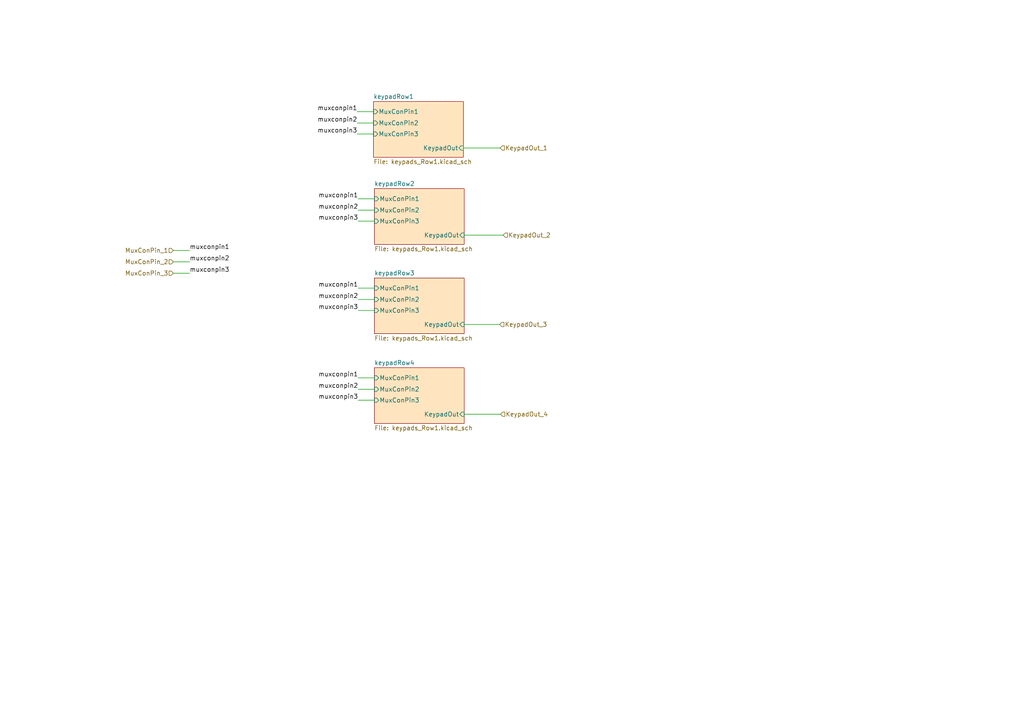
<source format=kicad_sch>
(kicad_sch (version 20230121) (generator eeschema)
  (paper "A4")
  (lib_symbols)
  (wire (pts (xy 108.585 86.868) (xy 103.886 86.868)))
  (wire (pts (xy 134.62 94.107) (xy 144.907 94.107)))
  (wire (pts (xy 108.585 64.135) (xy 103.886 64.135)))
  (wire (pts (xy 108.585 57.658) (xy 103.886 57.658)))
  (wire (pts (xy 134.366 42.926) (xy 145.034 42.926)))
  (wire (pts (xy 50.292 72.644) (xy 54.991 72.644)))
  (wire (pts (xy 108.585 116.078) (xy 103.886 116.078)))
  (wire (pts (xy 108.585 112.903) (xy 103.886 112.903)))
  (wire (pts (xy 50.292 79.248) (xy 54.991 79.248)))
  (wire (pts (xy 108.585 90.043) (xy 103.886 90.043)))
  (wire (pts (xy 108.585 83.566) (xy 103.886 83.566)))
  (wire (pts (xy 108.585 109.601) (xy 103.886 109.601)))
  (wire (pts (xy 134.62 120.142) (xy 145.161 120.142)))
  (wire (pts (xy 50.292 75.946) (xy 54.991 75.946)))
  (wire (pts (xy 108.585 60.96) (xy 103.886 60.96)))
  (wire (pts (xy 108.331 32.385) (xy 103.632 32.385)))
  (wire (pts (xy 108.331 38.862) (xy 103.632 38.862)))
  (wire (pts (xy 108.331 35.687) (xy 103.632 35.687)))
  (wire (pts (xy 134.62 68.199) (xy 145.923 68.199)))
  (label "muxconpin1" (at 103.886 57.658 180))
  (label "muxconpin2" (at 103.632 35.687 180))
  (label "muxconpin3" (at 54.991 79.248 0))
  (label "muxconpin3" (at 103.886 90.043 180))
  (label "muxconpin3" (at 103.632 38.862 180))
  (label "muxconpin2" (at 103.886 112.903 180))
  (label "muxconpin1" (at 103.886 83.566 180))
  (label "muxconpin1" (at 103.632 32.385 180))
  (label "muxconpin2" (at 103.886 86.868 180))
  (label "muxconpin1" (at 54.991 72.644 0))
  (label "muxconpin3" (at 103.886 116.078 180))
  (label "muxconpin1" (at 103.886 109.601 180))
  (label "muxconpin2" (at 54.991 75.946 0))
  (label "muxconpin3" (at 103.886 64.135 180))
  (label "muxconpin2" (at 103.886 60.96 180))
  (hierarchical_label "KeypadOut_2" (shape input) (at 145.923 68.199 0))
  (hierarchical_label "KeypadOut_3" (shape input) (at 144.907 94.107 0))
  (hierarchical_label "MuxConPin_2" (shape input) (at 50.292 75.946 180))
  (hierarchical_label "MuxConPin_3" (shape input) (at 50.292 79.248 180))
  (hierarchical_label "MuxConPin_1" (shape input) (at 50.292 72.644 180))
  (hierarchical_label "KeypadOut_1" (shape input) (at 145.034 42.926 0))
  (hierarchical_label "KeypadOut_4" (shape input) (at 145.161 120.142 0))
  (sheet (at 108.585 106.68) (size 26.035 16.129) (stroke (width 0.1524)) (fill (color 255 229 191 1.0000))
    (property "Sheetname" "keypadRow4" (at 108.585 105.9684 0) (effects (justify left bottom)))
    (property "Sheetfile" "keypads_Row1.kicad_sch" (at 108.585 123.3936 0) (effects (justify left top)))
    (pin "MuxConPin3" input (at 108.585 116.078 180))
    (pin "MuxConPin2" input (at 108.585 112.903 180))
    (pin "MuxConPin1" input (at 108.585 109.601 180))
    (pin "KeypadOut" input (at 134.62 120.142 0))
  )
  (sheet (at 108.331 29.464) (size 26.035 16.129) (stroke (width 0.1524)) (fill (color 255 229 191 1.0000))
    (property "Sheetname" "keypadRow1" (at 108.331 28.7524 0) (effects (justify left bottom)))
    (property "Sheetfile" "keypads_Row1.kicad_sch" (at 108.331 46.1776 0) (effects (justify left top)))
    (pin "MuxConPin3" input (at 108.331 38.862 180))
    (pin "MuxConPin2" input (at 108.331 35.687 180))
    (pin "MuxConPin1" input (at 108.331 32.385 180))
    (pin "KeypadOut" input (at 134.366 42.926 0))
  )
  (sheet (at 108.585 54.737) (size 26.035 16.129) (stroke (width 0.1524)) (fill (color 255 229 191 1.0000))
    (property "Sheetname" "keypadRow2" (at 108.585 54.0254 0) (effects (justify left bottom)))
    (property "Sheetfile" "keypads_Row1.kicad_sch" (at 108.585 71.4506 0) (effects (justify left top)))
    (pin "MuxConPin3" input (at 108.585 64.135 180))
    (pin "MuxConPin2" input (at 108.585 60.96 180))
    (pin "MuxConPin1" input (at 108.585 57.658 180))
    (pin "KeypadOut" input (at 134.62 68.199 0))
  )
  (sheet (at 108.585 80.645) (size 26.035 16.129) (stroke (width 0.1524)) (fill (color 255 229 191 1.0000))
    (property "Sheetname" "keypadRow3" (at 108.585 79.9334 0) (effects (justify left bottom)))
    (property "Sheetfile" "keypads_Row1.kicad_sch" (at 108.585 97.3586 0) (effects (justify left top)))
    (pin "MuxConPin3" input (at 108.585 90.043 180))
    (pin "MuxConPin2" input (at 108.585 86.868 180))
    (pin "MuxConPin1" input (at 108.585 83.566 180))
    (pin "KeypadOut" input (at 134.62 94.107 0))
  )
)
</source>
